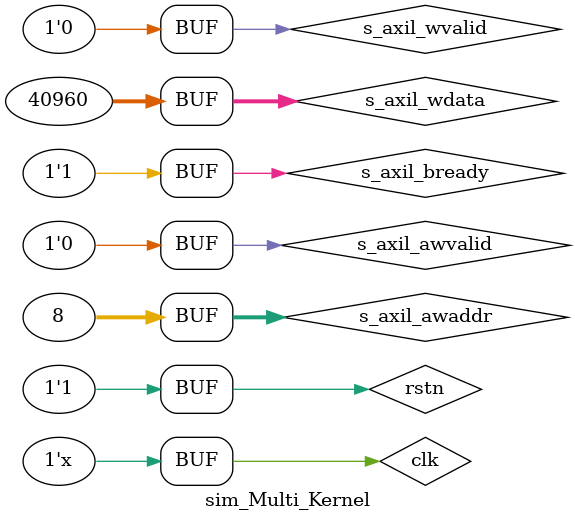
<source format=sv>
`timescale 1ns / 1ps


module sim_Multi_Kernel #(
    parameter int CONF_NUM_KERNEL = 32'h4
)(
    
    );
    reg rstn;
    reg clk =0;
    reg [31:0] clkcnt=0;
    always #1 clk = ~clk;
    always @(posedge clk) begin
        clkcnt<=clkcnt+1;
    end

    reg                          s_axil_awvalid;
    reg                   [31:0] s_axil_awaddr;
    wire                         s_axil_awready;
    reg                          s_axil_wvalid;
    reg                   [31:0] s_axil_wdata;
    wire                         s_axil_wready;
    wire                         s_axil_bvalid;
    wire                   [1:0] s_axil_bresp;
    reg                          s_axil_bready;

    reg                          s_axil_arvalid;
    reg                   [31:0] s_axil_araddr;
    wire                         s_axil_arready;
    wire                         s_axil_rvalid;
    wire                  [31:0] s_axil_rdata;
    wire                   [1:0] s_axil_rresp;
    reg                          s_axil_rready;


  wire [(CONF_NUM_KERNEL*4+1)*48-1 : 0] axi_hbm_araddr;
  wire [(CONF_NUM_KERNEL*4+1)*2-1 : 0] axi_hbm_arburst;
  wire [(CONF_NUM_KERNEL*4+1)*8-1 : 0] axi_hbm_arlen;
  wire [(CONF_NUM_KERNEL*4+1)*3-1 : 0] axi_hbm_arsize;
  wire [(CONF_NUM_KERNEL*4+1)*1-1 : 0]axi_hbm_arvalid;
  wire [(CONF_NUM_KERNEL*4+1)*48-1 : 0] axi_hbm_awaddr;
  wire [(CONF_NUM_KERNEL*4+1)*2-1 : 0] axi_hbm_awburst;
  wire [(CONF_NUM_KERNEL*4+1)*8-1 : 0] axi_hbm_awlen;
  wire [(CONF_NUM_KERNEL*4+1)*3-1 : 0] axi_hbm_awsize;
  wire [(CONF_NUM_KERNEL*4+1)*1-1 : 0] axi_hbm_awvalid;
  wire [(CONF_NUM_KERNEL*4+1)*1-1 : 0] axi_hbm_rready;
  wire [(CONF_NUM_KERNEL*4+1)*1-1 : 0] axi_hbm_bready;
  wire [(CONF_NUM_KERNEL*4+1)*256-1 : 0] axi_hbm_wdata;
  wire [(CONF_NUM_KERNEL*4+1)*1-1 : 0] axi_hbm_wlast;
  wire [(CONF_NUM_KERNEL*4+1)*32-1 : 0] axi_hbm_wstrb;
  wire [(CONF_NUM_KERNEL*4+1)*1-1 : 0] axi_hbm_wvalid;
  wire[(CONF_NUM_KERNEL*4+1)*1-1 : 0] axi_hbm_arready;
  wire[(CONF_NUM_KERNEL*4+1)*1-1 : 0] axi_hbm_awready;
  wire[(CONF_NUM_KERNEL*4+1)*256-1 : 0] axi_hbm_rdata;
  wire[(CONF_NUM_KERNEL*4+1)*1-1 : 0] axi_hbm_rlast;
  wire[(CONF_NUM_KERNEL*4+1)*2-1 : 0] axi_hbm_rresp;
  wire[(CONF_NUM_KERNEL*4+1)*1-1 : 0] axi_hbm_rvalid;
  wire[(CONF_NUM_KERNEL*4+1)*1-1 : 0] axi_hbm_wready;
  wire[(CONF_NUM_KERNEL*4+1)*2-1 : 0] axi_hbm_bresp;
  wire[(CONF_NUM_KERNEL*4+1)*1-1 : 0] axi_hbm_bvalid;

    initial begin
        rstn <=0;
        s_axil_bready<=1;
        s_axil_wvalid<=0;
        s_axil_awvalid <= 0;
        #20
        rstn <=1;
        #1000
        
        s_axil_awvalid <= 1;
        s_axil_awaddr <= 0;
        #2
        s_axil_awvalid<=0;
        s_axil_wvalid<=1;
        s_axil_wdata<=32'b0101011;
        #2
        s_axil_wvalid<=0;
        #20
        
        s_axil_awvalid <= 1;
        s_axil_awaddr <= 4;
        #2
        s_axil_awvalid<=0;
        s_axil_wvalid<=1;
        s_axil_wdata<=32'h0010;
        #2
        s_axil_wvalid<=0;
        #20
        
        s_axil_awvalid <= 1;
        s_axil_awaddr <= 8;
        #2
        s_axil_awvalid<=0;
        s_axil_wvalid<=1;
        s_axil_wdata<=32'ha000;
        #2
        s_axil_wvalid<=0;
        #20
        
        #4000

        s_axil_awvalid <= 1;
        s_axil_awaddr <= 0;
        #2
        s_axil_awvalid<=0;
        s_axil_wvalid<=1;
        s_axil_wdata<=32'b10101010; //reset
        #2
        s_axil_wvalid<=0;
        #20

        #200
        
        s_axil_awvalid <= 1;
        s_axil_awaddr <= 0;
        #2
        s_axil_awvalid<=0;
        s_axil_wvalid<=1;
        s_axil_wdata<=32'b00101011;
        #2
        s_axil_wvalid<=0;
        #20

        s_axil_awvalid <= 1;
        s_axil_awaddr <= 4;
        #2
        s_axil_awvalid<=0;
        s_axil_wvalid<=1;
        s_axil_wdata<=32'h0010;
        #2
        s_axil_wvalid<=0;
        #20
        
        s_axil_awvalid <= 1;
        s_axil_awaddr <= 8;
        #2
        s_axil_awvalid<=0;
        s_axil_wvalid<=1;
        s_axil_wdata<=32'ha000;
        #2
        s_axil_wvalid<=0;
        // #20
        
    end

    generate
        for(genvar i = 0;i<CONF_NUM_KERNEL*4+1 ;i = i+1)begin
            sim_blk_ram sim_blk_ram (
            .s_aclk(clk),                // input wire s_aclk
            .s_aresetn(rstn),          // input wire s_aresetn

            .s_axi_arid(0),
            .s_axi_araddr(axi_hbm_araddr[i*48 +: 48]),
            .s_axi_arburst(axi_hbm_arburst[i*2 +: 2]),
            .s_axi_arlen(axi_hbm_arlen[i*8 +: 8]),
            .s_axi_arsize(axi_hbm_arsize[i*3 +: 3]),
            .s_axi_arvalid(axi_hbm_arvalid[i*1 +: 1]),
            .s_axi_awaddr(axi_hbm_awaddr[i*48 +: 48]),
            .s_axi_awburst(axi_hbm_awburst[i*2 +: 2]),
            .s_axi_awlen(axi_hbm_awlen[i*8 +: 8]),
            .s_axi_awsize(axi_hbm_awsize[i*3 +: 3]),
            .s_axi_awvalid(axi_hbm_awvalid[i*1 +: 1]),
            .s_axi_rready(axi_hbm_rready[i*1 +: 1]),
            .s_axi_bready(axi_hbm_bready[i*1 +: 1]),
            .s_axi_wdata(axi_hbm_wdata[i*256 +: 256]),
            .s_axi_wlast(axi_hbm_wlast[i*1 +: 1]),
            .s_axi_wstrb(axi_hbm_wstrb[i*32 +: 32]),
            .s_axi_wvalid(axi_hbm_wvalid[i*1 +: 1]),
            .s_axi_arready(axi_hbm_arready[i*1 +: 1]),
            .s_axi_awready(axi_hbm_awready[i*1 +: 1]),
            .s_axi_rdata(axi_hbm_rdata[i*256 +: 256]),
            .s_axi_rlast(axi_hbm_rlast[i*1 +: 1]),
            .s_axi_rresp(axi_hbm_rresp[i*2 +: 2]),
            .s_axi_rvalid(axi_hbm_rvalid[i*1 +: 1]),
            .s_axi_wready(axi_hbm_wready[i*1 +: 1]),
            .s_axi_bresp(axi_hbm_bresp[i*2 +: 2]),
            .s_axi_bvalid(axi_hbm_bvalid[i*1 +: 1])
            );
        end
    endgenerate


    spmv_calc_top #(
        .CONF_NUM_KERNEL(CONF_NUM_KERNEL)
    )
        spmv_calc_top(
        .axil_clk(clk),
        .axis_clk(clk),
        .rstn(rstn),

        .s_axil_awvalid (s_axil_awvalid),
        .s_axil_awaddr  (s_axil_awaddr),
        .s_axil_awready (s_axil_awready),
        .s_axil_wvalid  (s_axil_wvalid),
        .s_axil_wdata   (s_axil_wdata),
        .s_axil_wready  (s_axil_wready),
        .s_axil_bvalid  (s_axil_bvalid),
        .s_axil_bresp   (s_axil_bresp),
        .s_axil_bready  (s_axil_bready),
        .s_axil_arvalid (s_axil_arvalid),
        .s_axil_araddr  (s_axil_araddr),
        .s_axil_arready (s_axil_arready),
        .s_axil_rvalid  (s_axil_rvalid),
        .s_axil_rdata   (s_axil_rdata),
        .s_axil_rresp   (s_axil_rresp),
        .s_axil_rready  (s_axil_rready),

         .m_axi_ColXi_araddr(axi_hbm_araddr[4*CONF_NUM_KERNEL*48-1:0]),
        .m_axi_ColXi_arburst(axi_hbm_arburst[4*CONF_NUM_KERNEL*2-1:0]),
        .m_axi_ColXi_arlen(axi_hbm_arlen[4*CONF_NUM_KERNEL*8-1:0]),
        .m_axi_ColXi_arsize(axi_hbm_arsize[4*CONF_NUM_KERNEL*3-1:0]),
        .m_axi_ColXi_arvalid(axi_hbm_arvalid[4*CONF_NUM_KERNEL*1-1:0]),
        .m_axi_ColXi_awaddr(axi_hbm_awaddr[4*CONF_NUM_KERNEL*48-1:0]),
        .m_axi_ColXi_awburst(axi_hbm_awburst[4*CONF_NUM_KERNEL*2-1:0]),
        .m_axi_ColXi_awlen(axi_hbm_awlen[4*CONF_NUM_KERNEL*8-1:0]),
        .m_axi_ColXi_awsize(axi_hbm_awsize[4*CONF_NUM_KERNEL*3-1:0]),
        .m_axi_ColXi_awvalid(axi_hbm_awvalid[4*CONF_NUM_KERNEL*1-1:0]),
        .m_axi_ColXi_rready(axi_hbm_rready[4*CONF_NUM_KERNEL*1-1:0]),
        .m_axi_ColXi_bready(axi_hbm_bready[4*CONF_NUM_KERNEL*1-1:0]),
        .m_axi_ColXi_wdata(axi_hbm_wdata[4*CONF_NUM_KERNEL*256-1:0]),
        .m_axi_ColXi_wlast(axi_hbm_wlast[4*CONF_NUM_KERNEL*1-1:0]),
        .m_axi_ColXi_wstrb(axi_hbm_wstrb[4*CONF_NUM_KERNEL*32-1:0]),
        .m_axi_ColXi_wvalid(axi_hbm_wvalid[4*CONF_NUM_KERNEL*1-1:0]),
        .m_axi_ColXi_arready(axi_hbm_arready[4*CONF_NUM_KERNEL*1-1:0]),
        .m_axi_ColXi_awready(axi_hbm_awready[4*CONF_NUM_KERNEL*1-1:0]),
        .m_axi_ColXi_rdata(axi_hbm_rdata[4*CONF_NUM_KERNEL*256-1:0]),
        .m_axi_ColXi_rlast(axi_hbm_rlast[4*CONF_NUM_KERNEL*1-1:0]),
        .m_axi_ColXi_rresp(axi_hbm_rresp[4*CONF_NUM_KERNEL*2-1:0]),
        .m_axi_ColXi_rvalid(axi_hbm_rvalid[4*CONF_NUM_KERNEL*1-1:0]),
        .m_axi_ColXi_wready(axi_hbm_wready[4*CONF_NUM_KERNEL*1-1:0]),
        .m_axi_ColXi_bresp(axi_hbm_bresp[4*CONF_NUM_KERNEL*2-1:0]),
        .m_axi_ColXi_bvalid(axi_hbm_bvalid[4*CONF_NUM_KERNEL*1-1:0]),

        .m_axi_hbm_Val_araddr(axi_hbm_araddr[(4*CONF_NUM_KERNEL)*48 +: 48]),
        .m_axi_hbm_Val_arburst(axi_hbm_arburst[(4*CONF_NUM_KERNEL)*2 +: 2]),
        .m_axi_hbm_Val_arlen(axi_hbm_arlen[(4*CONF_NUM_KERNEL)*8 +: 8]),
        .m_axi_hbm_Val_arsize(axi_hbm_arsize[(4*CONF_NUM_KERNEL)*3 +: 3]),
        .m_axi_hbm_Val_arvalid(axi_hbm_arvalid[(4*CONF_NUM_KERNEL)*1 +: 1]),
        .m_axi_hbm_Val_awaddr(axi_hbm_awaddr[(4*CONF_NUM_KERNEL)*48 +: 48]),
        .m_axi_hbm_Val_awburst(axi_hbm_awburst[(4*CONF_NUM_KERNEL)*2 +: 2]),
        .m_axi_hbm_Val_awlen(axi_hbm_awlen[(4*CONF_NUM_KERNEL)*8 +: 8]),
        .m_axi_hbm_Val_awsize(axi_hbm_awsize[(4*CONF_NUM_KERNEL)*3 +: 3]),
        .m_axi_hbm_Val_awvalid(axi_hbm_awvalid[(4*CONF_NUM_KERNEL)*1 +: 1]),
        .m_axi_hbm_Val_rready(axi_hbm_rready[(4*CONF_NUM_KERNEL)*1 +: 1]),
        .m_axi_hbm_Val_bready(axi_hbm_bready[(4*CONF_NUM_KERNEL)*1 +: 1]),
        .m_axi_hbm_Val_wdata(axi_hbm_wdata[(4*CONF_NUM_KERNEL)*256 +: 256]),
        .m_axi_hbm_Val_wlast(axi_hbm_wlast[(4*CONF_NUM_KERNEL)*1 +: 1]),
        .m_axi_hbm_Val_wstrb(axi_hbm_wstrb[(4*CONF_NUM_KERNEL)*32 +: 32]),
        .m_axi_hbm_Val_wvalid(axi_hbm_wvalid[(4*CONF_NUM_KERNEL)*1 +: 1]),
        .m_axi_hbm_Val_arready(axi_hbm_arready[(4*CONF_NUM_KERNEL)*1 +: 1]),
        .m_axi_hbm_Val_awready(axi_hbm_awready[(4*CONF_NUM_KERNEL)*1 +: 1]),
        .m_axi_hbm_Val_rdata(axi_hbm_rdata[(4*CONF_NUM_KERNEL)*256 +: 256]),
        .m_axi_hbm_Val_rlast(axi_hbm_rlast[(4*CONF_NUM_KERNEL)*1 +: 1]),
        .m_axi_hbm_Val_rresp(axi_hbm_rresp[(4*CONF_NUM_KERNEL)*2 +: 2]),
        .m_axi_hbm_Val_rvalid(axi_hbm_rvalid[(4*CONF_NUM_KERNEL)*1 +: 1]),
        .m_axi_hbm_Val_wready(axi_hbm_wready[(4*CONF_NUM_KERNEL)*1 +: 1]),
        .m_axi_hbm_Val_bresp(axi_hbm_bresp[(4*CONF_NUM_KERNEL)*2 +: 2]),
        .m_axi_hbm_Val_bvalid(axi_hbm_bvalid[(4*CONF_NUM_KERNEL)*1 +: 1])

    );


endmodule

</source>
